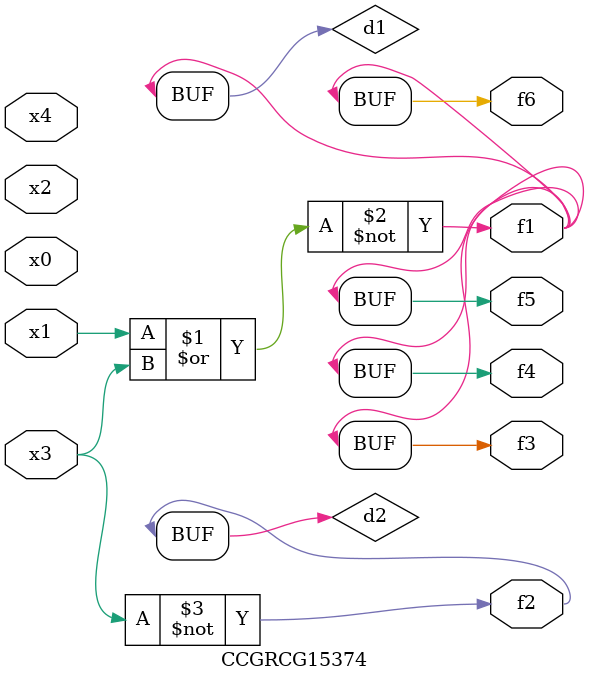
<source format=v>
module CCGRCG15374(
	input x0, x1, x2, x3, x4,
	output f1, f2, f3, f4, f5, f6
);

	wire d1, d2;

	nor (d1, x1, x3);
	not (d2, x3);
	assign f1 = d1;
	assign f2 = d2;
	assign f3 = d1;
	assign f4 = d1;
	assign f5 = d1;
	assign f6 = d1;
endmodule

</source>
